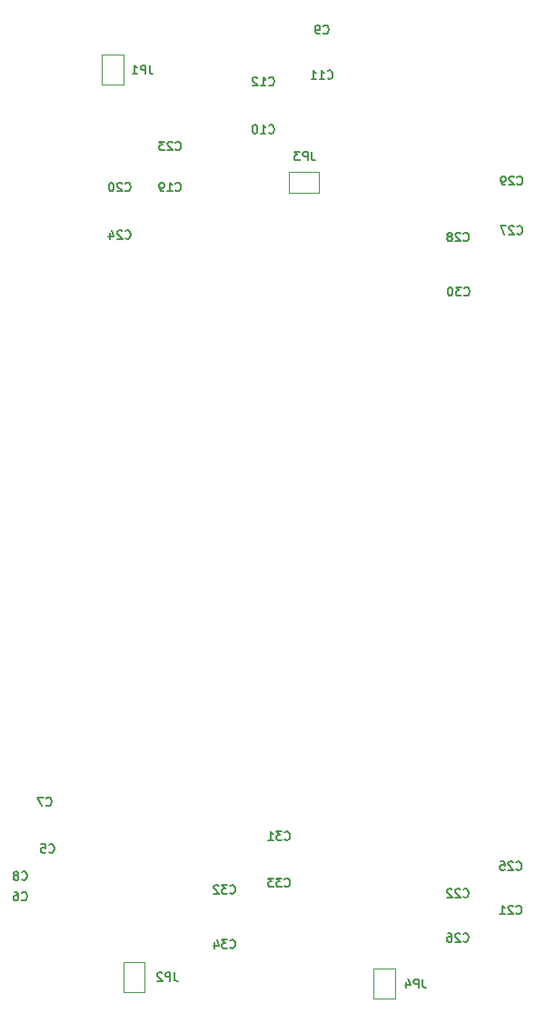
<source format=gbr>
G04 #@! TF.GenerationSoftware,KiCad,Pcbnew,(5.1.2-1)-1*
G04 #@! TF.CreationDate,2019-07-19T20:23:14+01:00*
G04 #@! TF.ProjectId,CurrentSinkModule,43757272-656e-4745-9369-6e6b4d6f6475,RevC*
G04 #@! TF.SameCoordinates,Original*
G04 #@! TF.FileFunction,Legend,Bot*
G04 #@! TF.FilePolarity,Positive*
%FSLAX46Y46*%
G04 Gerber Fmt 4.6, Leading zero omitted, Abs format (unit mm)*
G04 Created by KiCad (PCBNEW (5.1.2-1)-1) date 2019-07-19 20:23:14*
%MOMM*%
%LPD*%
G04 APERTURE LIST*
%ADD10C,0.120000*%
%ADD11C,0.150000*%
G04 APERTURE END LIST*
D10*
X260874000Y-150365000D02*
X260874000Y-153165000D01*
X260874000Y-153165000D02*
X262874000Y-153165000D01*
X262874000Y-153165000D02*
X262874000Y-150365000D01*
X262874000Y-150365000D02*
X260874000Y-150365000D01*
X252983300Y-78152500D02*
X255783300Y-78152500D01*
X255783300Y-78152500D02*
X255783300Y-76152500D01*
X255783300Y-76152500D02*
X252983300Y-76152500D01*
X252983300Y-76152500D02*
X252983300Y-78152500D01*
X239544100Y-152542700D02*
X239544100Y-149742700D01*
X239544100Y-149742700D02*
X237544100Y-149742700D01*
X237544100Y-149742700D02*
X237544100Y-152542700D01*
X237544100Y-152542700D02*
X239544100Y-152542700D01*
X235562900Y-65264600D02*
X235562900Y-68064600D01*
X235562900Y-68064600D02*
X237562900Y-68064600D01*
X237562900Y-68064600D02*
X237562900Y-65264600D01*
X237562900Y-65264600D02*
X235562900Y-65264600D01*
D11*
X265461666Y-151326904D02*
X265461666Y-151898333D01*
X265499761Y-152012619D01*
X265575952Y-152088809D01*
X265690238Y-152126904D01*
X265766428Y-152126904D01*
X265080714Y-152126904D02*
X265080714Y-151326904D01*
X264775952Y-151326904D01*
X264699761Y-151365000D01*
X264661666Y-151403095D01*
X264623571Y-151479285D01*
X264623571Y-151593571D01*
X264661666Y-151669761D01*
X264699761Y-151707857D01*
X264775952Y-151745952D01*
X265080714Y-151745952D01*
X263937857Y-151593571D02*
X263937857Y-152126904D01*
X264128333Y-151288809D02*
X264318809Y-151860238D01*
X263823571Y-151860238D01*
X255113466Y-74288704D02*
X255113466Y-74860133D01*
X255151561Y-74974419D01*
X255227752Y-75050609D01*
X255342038Y-75088704D01*
X255418228Y-75088704D01*
X254732514Y-75088704D02*
X254732514Y-74288704D01*
X254427752Y-74288704D01*
X254351561Y-74326800D01*
X254313466Y-74364895D01*
X254275371Y-74441085D01*
X254275371Y-74555371D01*
X254313466Y-74631561D01*
X254351561Y-74669657D01*
X254427752Y-74707752D01*
X254732514Y-74707752D01*
X254008704Y-74288704D02*
X253513466Y-74288704D01*
X253780133Y-74593466D01*
X253665847Y-74593466D01*
X253589657Y-74631561D01*
X253551561Y-74669657D01*
X253513466Y-74745847D01*
X253513466Y-74936323D01*
X253551561Y-75012514D01*
X253589657Y-75050609D01*
X253665847Y-75088704D01*
X253894419Y-75088704D01*
X253970609Y-75050609D01*
X254008704Y-75012514D01*
X242322266Y-150704604D02*
X242322266Y-151276033D01*
X242360361Y-151390319D01*
X242436552Y-151466509D01*
X242550838Y-151504604D01*
X242627028Y-151504604D01*
X241941314Y-151504604D02*
X241941314Y-150704604D01*
X241636552Y-150704604D01*
X241560361Y-150742700D01*
X241522266Y-150780795D01*
X241484171Y-150856985D01*
X241484171Y-150971271D01*
X241522266Y-151047461D01*
X241560361Y-151085557D01*
X241636552Y-151123652D01*
X241941314Y-151123652D01*
X241179409Y-150780795D02*
X241141314Y-150742700D01*
X241065123Y-150704604D01*
X240874647Y-150704604D01*
X240798457Y-150742700D01*
X240760361Y-150780795D01*
X240722266Y-150856985D01*
X240722266Y-150933176D01*
X240760361Y-151047461D01*
X241217504Y-151504604D01*
X240722266Y-151504604D01*
X240010866Y-66226504D02*
X240010866Y-66797933D01*
X240048961Y-66912219D01*
X240125152Y-66988409D01*
X240239438Y-67026504D01*
X240315628Y-67026504D01*
X239629914Y-67026504D02*
X239629914Y-66226504D01*
X239325152Y-66226504D01*
X239248961Y-66264600D01*
X239210866Y-66302695D01*
X239172771Y-66378885D01*
X239172771Y-66493171D01*
X239210866Y-66569361D01*
X239248961Y-66607457D01*
X239325152Y-66645552D01*
X239629914Y-66645552D01*
X238410866Y-67026504D02*
X238868009Y-67026504D01*
X238639438Y-67026504D02*
X238639438Y-66226504D01*
X238715628Y-66340790D01*
X238791819Y-66416980D01*
X238868009Y-66455076D01*
X247529285Y-148367714D02*
X247567380Y-148405809D01*
X247681666Y-148443904D01*
X247757857Y-148443904D01*
X247872142Y-148405809D01*
X247948333Y-148329619D01*
X247986428Y-148253428D01*
X248024523Y-148101047D01*
X248024523Y-147986761D01*
X247986428Y-147834380D01*
X247948333Y-147758190D01*
X247872142Y-147682000D01*
X247757857Y-147643904D01*
X247681666Y-147643904D01*
X247567380Y-147682000D01*
X247529285Y-147720095D01*
X247262619Y-147643904D02*
X246767380Y-147643904D01*
X247034047Y-147948666D01*
X246919761Y-147948666D01*
X246843571Y-147986761D01*
X246805476Y-148024857D01*
X246767380Y-148101047D01*
X246767380Y-148291523D01*
X246805476Y-148367714D01*
X246843571Y-148405809D01*
X246919761Y-148443904D01*
X247148333Y-148443904D01*
X247224523Y-148405809D01*
X247262619Y-148367714D01*
X246081666Y-147910571D02*
X246081666Y-148443904D01*
X246272142Y-147605809D02*
X246462619Y-148177238D01*
X245967380Y-148177238D01*
X252609285Y-142652714D02*
X252647380Y-142690809D01*
X252761666Y-142728904D01*
X252837857Y-142728904D01*
X252952142Y-142690809D01*
X253028333Y-142614619D01*
X253066428Y-142538428D01*
X253104523Y-142386047D01*
X253104523Y-142271761D01*
X253066428Y-142119380D01*
X253028333Y-142043190D01*
X252952142Y-141967000D01*
X252837857Y-141928904D01*
X252761666Y-141928904D01*
X252647380Y-141967000D01*
X252609285Y-142005095D01*
X252342619Y-141928904D02*
X251847380Y-141928904D01*
X252114047Y-142233666D01*
X251999761Y-142233666D01*
X251923571Y-142271761D01*
X251885476Y-142309857D01*
X251847380Y-142386047D01*
X251847380Y-142576523D01*
X251885476Y-142652714D01*
X251923571Y-142690809D01*
X251999761Y-142728904D01*
X252228333Y-142728904D01*
X252304523Y-142690809D01*
X252342619Y-142652714D01*
X251580714Y-141928904D02*
X251085476Y-141928904D01*
X251352142Y-142233666D01*
X251237857Y-142233666D01*
X251161666Y-142271761D01*
X251123571Y-142309857D01*
X251085476Y-142386047D01*
X251085476Y-142576523D01*
X251123571Y-142652714D01*
X251161666Y-142690809D01*
X251237857Y-142728904D01*
X251466428Y-142728904D01*
X251542619Y-142690809D01*
X251580714Y-142652714D01*
X247529285Y-143287714D02*
X247567380Y-143325809D01*
X247681666Y-143363904D01*
X247757857Y-143363904D01*
X247872142Y-143325809D01*
X247948333Y-143249619D01*
X247986428Y-143173428D01*
X248024523Y-143021047D01*
X248024523Y-142906761D01*
X247986428Y-142754380D01*
X247948333Y-142678190D01*
X247872142Y-142602000D01*
X247757857Y-142563904D01*
X247681666Y-142563904D01*
X247567380Y-142602000D01*
X247529285Y-142640095D01*
X247262619Y-142563904D02*
X246767380Y-142563904D01*
X247034047Y-142868666D01*
X246919761Y-142868666D01*
X246843571Y-142906761D01*
X246805476Y-142944857D01*
X246767380Y-143021047D01*
X246767380Y-143211523D01*
X246805476Y-143287714D01*
X246843571Y-143325809D01*
X246919761Y-143363904D01*
X247148333Y-143363904D01*
X247224523Y-143325809D01*
X247262619Y-143287714D01*
X246462619Y-142640095D02*
X246424523Y-142602000D01*
X246348333Y-142563904D01*
X246157857Y-142563904D01*
X246081666Y-142602000D01*
X246043571Y-142640095D01*
X246005476Y-142716285D01*
X246005476Y-142792476D01*
X246043571Y-142906761D01*
X246500714Y-143363904D01*
X246005476Y-143363904D01*
X252609285Y-138307714D02*
X252647380Y-138345809D01*
X252761666Y-138383904D01*
X252837857Y-138383904D01*
X252952142Y-138345809D01*
X253028333Y-138269619D01*
X253066428Y-138193428D01*
X253104523Y-138041047D01*
X253104523Y-137926761D01*
X253066428Y-137774380D01*
X253028333Y-137698190D01*
X252952142Y-137622000D01*
X252837857Y-137583904D01*
X252761666Y-137583904D01*
X252647380Y-137622000D01*
X252609285Y-137660095D01*
X252342619Y-137583904D02*
X251847380Y-137583904D01*
X252114047Y-137888666D01*
X251999761Y-137888666D01*
X251923571Y-137926761D01*
X251885476Y-137964857D01*
X251847380Y-138041047D01*
X251847380Y-138231523D01*
X251885476Y-138307714D01*
X251923571Y-138345809D01*
X251999761Y-138383904D01*
X252228333Y-138383904D01*
X252304523Y-138345809D01*
X252342619Y-138307714D01*
X251085476Y-138383904D02*
X251542619Y-138383904D01*
X251314047Y-138383904D02*
X251314047Y-137583904D01*
X251390238Y-137698190D01*
X251466428Y-137774380D01*
X251542619Y-137812476D01*
X269335185Y-87610914D02*
X269373280Y-87649009D01*
X269487566Y-87687104D01*
X269563757Y-87687104D01*
X269678042Y-87649009D01*
X269754233Y-87572819D01*
X269792328Y-87496628D01*
X269830423Y-87344247D01*
X269830423Y-87229961D01*
X269792328Y-87077580D01*
X269754233Y-87001390D01*
X269678042Y-86925200D01*
X269563757Y-86887104D01*
X269487566Y-86887104D01*
X269373280Y-86925200D01*
X269335185Y-86963295D01*
X269068519Y-86887104D02*
X268573280Y-86887104D01*
X268839947Y-87191866D01*
X268725661Y-87191866D01*
X268649471Y-87229961D01*
X268611376Y-87268057D01*
X268573280Y-87344247D01*
X268573280Y-87534723D01*
X268611376Y-87610914D01*
X268649471Y-87649009D01*
X268725661Y-87687104D01*
X268954233Y-87687104D01*
X269030423Y-87649009D01*
X269068519Y-87610914D01*
X268078042Y-86887104D02*
X268001852Y-86887104D01*
X267925661Y-86925200D01*
X267887566Y-86963295D01*
X267849471Y-87039485D01*
X267811376Y-87191866D01*
X267811376Y-87382342D01*
X267849471Y-87534723D01*
X267887566Y-87610914D01*
X267925661Y-87649009D01*
X268001852Y-87687104D01*
X268078042Y-87687104D01*
X268154233Y-87649009D01*
X268192328Y-87610914D01*
X268230423Y-87534723D01*
X268268519Y-87382342D01*
X268268519Y-87191866D01*
X268230423Y-87039485D01*
X268192328Y-86963295D01*
X268154233Y-86925200D01*
X268078042Y-86887104D01*
X274288185Y-77296914D02*
X274326280Y-77335009D01*
X274440566Y-77373104D01*
X274516757Y-77373104D01*
X274631042Y-77335009D01*
X274707233Y-77258819D01*
X274745328Y-77182628D01*
X274783423Y-77030247D01*
X274783423Y-76915961D01*
X274745328Y-76763580D01*
X274707233Y-76687390D01*
X274631042Y-76611200D01*
X274516757Y-76573104D01*
X274440566Y-76573104D01*
X274326280Y-76611200D01*
X274288185Y-76649295D01*
X273983423Y-76649295D02*
X273945328Y-76611200D01*
X273869138Y-76573104D01*
X273678661Y-76573104D01*
X273602471Y-76611200D01*
X273564376Y-76649295D01*
X273526280Y-76725485D01*
X273526280Y-76801676D01*
X273564376Y-76915961D01*
X274021519Y-77373104D01*
X273526280Y-77373104D01*
X273145328Y-77373104D02*
X272992947Y-77373104D01*
X272916757Y-77335009D01*
X272878661Y-77296914D01*
X272802471Y-77182628D01*
X272764376Y-77030247D01*
X272764376Y-76725485D01*
X272802471Y-76649295D01*
X272840566Y-76611200D01*
X272916757Y-76573104D01*
X273069138Y-76573104D01*
X273145328Y-76611200D01*
X273183423Y-76649295D01*
X273221519Y-76725485D01*
X273221519Y-76915961D01*
X273183423Y-76992152D01*
X273145328Y-77030247D01*
X273069138Y-77068342D01*
X272916757Y-77068342D01*
X272840566Y-77030247D01*
X272802471Y-76992152D01*
X272764376Y-76915961D01*
X269271685Y-82530914D02*
X269309780Y-82569009D01*
X269424066Y-82607104D01*
X269500257Y-82607104D01*
X269614542Y-82569009D01*
X269690733Y-82492819D01*
X269728828Y-82416628D01*
X269766923Y-82264247D01*
X269766923Y-82149961D01*
X269728828Y-81997580D01*
X269690733Y-81921390D01*
X269614542Y-81845200D01*
X269500257Y-81807104D01*
X269424066Y-81807104D01*
X269309780Y-81845200D01*
X269271685Y-81883295D01*
X268966923Y-81883295D02*
X268928828Y-81845200D01*
X268852638Y-81807104D01*
X268662161Y-81807104D01*
X268585971Y-81845200D01*
X268547876Y-81883295D01*
X268509780Y-81959485D01*
X268509780Y-82035676D01*
X268547876Y-82149961D01*
X269005019Y-82607104D01*
X268509780Y-82607104D01*
X268052638Y-82149961D02*
X268128828Y-82111866D01*
X268166923Y-82073771D01*
X268205019Y-81997580D01*
X268205019Y-81959485D01*
X268166923Y-81883295D01*
X268128828Y-81845200D01*
X268052638Y-81807104D01*
X267900257Y-81807104D01*
X267824066Y-81845200D01*
X267785971Y-81883295D01*
X267747876Y-81959485D01*
X267747876Y-81997580D01*
X267785971Y-82073771D01*
X267824066Y-82111866D01*
X267900257Y-82149961D01*
X268052638Y-82149961D01*
X268128828Y-82188057D01*
X268166923Y-82226152D01*
X268205019Y-82302342D01*
X268205019Y-82454723D01*
X268166923Y-82530914D01*
X268128828Y-82569009D01*
X268052638Y-82607104D01*
X267900257Y-82607104D01*
X267824066Y-82569009D01*
X267785971Y-82530914D01*
X267747876Y-82454723D01*
X267747876Y-82302342D01*
X267785971Y-82226152D01*
X267824066Y-82188057D01*
X267900257Y-82149961D01*
X274288185Y-81895914D02*
X274326280Y-81934009D01*
X274440566Y-81972104D01*
X274516757Y-81972104D01*
X274631042Y-81934009D01*
X274707233Y-81857819D01*
X274745328Y-81781628D01*
X274783423Y-81629247D01*
X274783423Y-81514961D01*
X274745328Y-81362580D01*
X274707233Y-81286390D01*
X274631042Y-81210200D01*
X274516757Y-81172104D01*
X274440566Y-81172104D01*
X274326280Y-81210200D01*
X274288185Y-81248295D01*
X273983423Y-81248295D02*
X273945328Y-81210200D01*
X273869138Y-81172104D01*
X273678661Y-81172104D01*
X273602471Y-81210200D01*
X273564376Y-81248295D01*
X273526280Y-81324485D01*
X273526280Y-81400676D01*
X273564376Y-81514961D01*
X274021519Y-81972104D01*
X273526280Y-81972104D01*
X273259614Y-81172104D02*
X272726280Y-81172104D01*
X273069138Y-81972104D01*
X269246285Y-147759714D02*
X269284380Y-147797809D01*
X269398666Y-147835904D01*
X269474857Y-147835904D01*
X269589142Y-147797809D01*
X269665333Y-147721619D01*
X269703428Y-147645428D01*
X269741523Y-147493047D01*
X269741523Y-147378761D01*
X269703428Y-147226380D01*
X269665333Y-147150190D01*
X269589142Y-147074000D01*
X269474857Y-147035904D01*
X269398666Y-147035904D01*
X269284380Y-147074000D01*
X269246285Y-147112095D01*
X268941523Y-147112095D02*
X268903428Y-147074000D01*
X268827238Y-147035904D01*
X268636761Y-147035904D01*
X268560571Y-147074000D01*
X268522476Y-147112095D01*
X268484380Y-147188285D01*
X268484380Y-147264476D01*
X268522476Y-147378761D01*
X268979619Y-147835904D01*
X268484380Y-147835904D01*
X267798666Y-147035904D02*
X267951047Y-147035904D01*
X268027238Y-147074000D01*
X268065333Y-147112095D01*
X268141523Y-147226380D01*
X268179619Y-147378761D01*
X268179619Y-147683523D01*
X268141523Y-147759714D01*
X268103428Y-147797809D01*
X268027238Y-147835904D01*
X267874857Y-147835904D01*
X267798666Y-147797809D01*
X267760571Y-147759714D01*
X267722476Y-147683523D01*
X267722476Y-147493047D01*
X267760571Y-147416857D01*
X267798666Y-147378761D01*
X267874857Y-147340666D01*
X268027238Y-147340666D01*
X268103428Y-147378761D01*
X268141523Y-147416857D01*
X268179619Y-147493047D01*
X274199285Y-141101714D02*
X274237380Y-141139809D01*
X274351666Y-141177904D01*
X274427857Y-141177904D01*
X274542142Y-141139809D01*
X274618333Y-141063619D01*
X274656428Y-140987428D01*
X274694523Y-140835047D01*
X274694523Y-140720761D01*
X274656428Y-140568380D01*
X274618333Y-140492190D01*
X274542142Y-140416000D01*
X274427857Y-140377904D01*
X274351666Y-140377904D01*
X274237380Y-140416000D01*
X274199285Y-140454095D01*
X273894523Y-140454095D02*
X273856428Y-140416000D01*
X273780238Y-140377904D01*
X273589761Y-140377904D01*
X273513571Y-140416000D01*
X273475476Y-140454095D01*
X273437380Y-140530285D01*
X273437380Y-140606476D01*
X273475476Y-140720761D01*
X273932619Y-141177904D01*
X273437380Y-141177904D01*
X272713571Y-140377904D02*
X273094523Y-140377904D01*
X273132619Y-140758857D01*
X273094523Y-140720761D01*
X273018333Y-140682666D01*
X272827857Y-140682666D01*
X272751666Y-140720761D01*
X272713571Y-140758857D01*
X272675476Y-140835047D01*
X272675476Y-141025523D01*
X272713571Y-141101714D01*
X272751666Y-141139809D01*
X272827857Y-141177904D01*
X273018333Y-141177904D01*
X273094523Y-141139809D01*
X273132619Y-141101714D01*
X237750285Y-82327714D02*
X237788380Y-82365809D01*
X237902666Y-82403904D01*
X237978857Y-82403904D01*
X238093142Y-82365809D01*
X238169333Y-82289619D01*
X238207428Y-82213428D01*
X238245523Y-82061047D01*
X238245523Y-81946761D01*
X238207428Y-81794380D01*
X238169333Y-81718190D01*
X238093142Y-81642000D01*
X237978857Y-81603904D01*
X237902666Y-81603904D01*
X237788380Y-81642000D01*
X237750285Y-81680095D01*
X237445523Y-81680095D02*
X237407428Y-81642000D01*
X237331238Y-81603904D01*
X237140761Y-81603904D01*
X237064571Y-81642000D01*
X237026476Y-81680095D01*
X236988380Y-81756285D01*
X236988380Y-81832476D01*
X237026476Y-81946761D01*
X237483619Y-82403904D01*
X236988380Y-82403904D01*
X236302666Y-81870571D02*
X236302666Y-82403904D01*
X236493142Y-81565809D02*
X236683619Y-82137238D01*
X236188380Y-82137238D01*
X242449285Y-74072714D02*
X242487380Y-74110809D01*
X242601666Y-74148904D01*
X242677857Y-74148904D01*
X242792142Y-74110809D01*
X242868333Y-74034619D01*
X242906428Y-73958428D01*
X242944523Y-73806047D01*
X242944523Y-73691761D01*
X242906428Y-73539380D01*
X242868333Y-73463190D01*
X242792142Y-73387000D01*
X242677857Y-73348904D01*
X242601666Y-73348904D01*
X242487380Y-73387000D01*
X242449285Y-73425095D01*
X242144523Y-73425095D02*
X242106428Y-73387000D01*
X242030238Y-73348904D01*
X241839761Y-73348904D01*
X241763571Y-73387000D01*
X241725476Y-73425095D01*
X241687380Y-73501285D01*
X241687380Y-73577476D01*
X241725476Y-73691761D01*
X242182619Y-74148904D01*
X241687380Y-74148904D01*
X241420714Y-73348904D02*
X240925476Y-73348904D01*
X241192142Y-73653666D01*
X241077857Y-73653666D01*
X241001666Y-73691761D01*
X240963571Y-73729857D01*
X240925476Y-73806047D01*
X240925476Y-73996523D01*
X240963571Y-74072714D01*
X241001666Y-74110809D01*
X241077857Y-74148904D01*
X241306428Y-74148904D01*
X241382619Y-74110809D01*
X241420714Y-74072714D01*
X269246285Y-143641714D02*
X269284380Y-143679809D01*
X269398666Y-143717904D01*
X269474857Y-143717904D01*
X269589142Y-143679809D01*
X269665333Y-143603619D01*
X269703428Y-143527428D01*
X269741523Y-143375047D01*
X269741523Y-143260761D01*
X269703428Y-143108380D01*
X269665333Y-143032190D01*
X269589142Y-142956000D01*
X269474857Y-142917904D01*
X269398666Y-142917904D01*
X269284380Y-142956000D01*
X269246285Y-142994095D01*
X268941523Y-142994095D02*
X268903428Y-142956000D01*
X268827238Y-142917904D01*
X268636761Y-142917904D01*
X268560571Y-142956000D01*
X268522476Y-142994095D01*
X268484380Y-143070285D01*
X268484380Y-143146476D01*
X268522476Y-143260761D01*
X268979619Y-143717904D01*
X268484380Y-143717904D01*
X268179619Y-142994095D02*
X268141523Y-142956000D01*
X268065333Y-142917904D01*
X267874857Y-142917904D01*
X267798666Y-142956000D01*
X267760571Y-142994095D01*
X267722476Y-143070285D01*
X267722476Y-143146476D01*
X267760571Y-143260761D01*
X268217714Y-143717904D01*
X267722476Y-143717904D01*
X274199285Y-145192714D02*
X274237380Y-145230809D01*
X274351666Y-145268904D01*
X274427857Y-145268904D01*
X274542142Y-145230809D01*
X274618333Y-145154619D01*
X274656428Y-145078428D01*
X274694523Y-144926047D01*
X274694523Y-144811761D01*
X274656428Y-144659380D01*
X274618333Y-144583190D01*
X274542142Y-144507000D01*
X274427857Y-144468904D01*
X274351666Y-144468904D01*
X274237380Y-144507000D01*
X274199285Y-144545095D01*
X273894523Y-144545095D02*
X273856428Y-144507000D01*
X273780238Y-144468904D01*
X273589761Y-144468904D01*
X273513571Y-144507000D01*
X273475476Y-144545095D01*
X273437380Y-144621285D01*
X273437380Y-144697476D01*
X273475476Y-144811761D01*
X273932619Y-145268904D01*
X273437380Y-145268904D01*
X272675476Y-145268904D02*
X273132619Y-145268904D01*
X272904047Y-145268904D02*
X272904047Y-144468904D01*
X272980238Y-144583190D01*
X273056428Y-144659380D01*
X273132619Y-144697476D01*
X237750285Y-77882714D02*
X237788380Y-77920809D01*
X237902666Y-77958904D01*
X237978857Y-77958904D01*
X238093142Y-77920809D01*
X238169333Y-77844619D01*
X238207428Y-77768428D01*
X238245523Y-77616047D01*
X238245523Y-77501761D01*
X238207428Y-77349380D01*
X238169333Y-77273190D01*
X238093142Y-77197000D01*
X237978857Y-77158904D01*
X237902666Y-77158904D01*
X237788380Y-77197000D01*
X237750285Y-77235095D01*
X237445523Y-77235095D02*
X237407428Y-77197000D01*
X237331238Y-77158904D01*
X237140761Y-77158904D01*
X237064571Y-77197000D01*
X237026476Y-77235095D01*
X236988380Y-77311285D01*
X236988380Y-77387476D01*
X237026476Y-77501761D01*
X237483619Y-77958904D01*
X236988380Y-77958904D01*
X236493142Y-77158904D02*
X236416952Y-77158904D01*
X236340761Y-77197000D01*
X236302666Y-77235095D01*
X236264571Y-77311285D01*
X236226476Y-77463666D01*
X236226476Y-77654142D01*
X236264571Y-77806523D01*
X236302666Y-77882714D01*
X236340761Y-77920809D01*
X236416952Y-77958904D01*
X236493142Y-77958904D01*
X236569333Y-77920809D01*
X236607428Y-77882714D01*
X236645523Y-77806523D01*
X236683619Y-77654142D01*
X236683619Y-77463666D01*
X236645523Y-77311285D01*
X236607428Y-77235095D01*
X236569333Y-77197000D01*
X236493142Y-77158904D01*
X242449285Y-77882714D02*
X242487380Y-77920809D01*
X242601666Y-77958904D01*
X242677857Y-77958904D01*
X242792142Y-77920809D01*
X242868333Y-77844619D01*
X242906428Y-77768428D01*
X242944523Y-77616047D01*
X242944523Y-77501761D01*
X242906428Y-77349380D01*
X242868333Y-77273190D01*
X242792142Y-77197000D01*
X242677857Y-77158904D01*
X242601666Y-77158904D01*
X242487380Y-77197000D01*
X242449285Y-77235095D01*
X241687380Y-77958904D02*
X242144523Y-77958904D01*
X241915952Y-77958904D02*
X241915952Y-77158904D01*
X241992142Y-77273190D01*
X242068333Y-77349380D01*
X242144523Y-77387476D01*
X241306428Y-77958904D02*
X241154047Y-77958904D01*
X241077857Y-77920809D01*
X241039761Y-77882714D01*
X240963571Y-77768428D01*
X240925476Y-77616047D01*
X240925476Y-77311285D01*
X240963571Y-77235095D01*
X241001666Y-77197000D01*
X241077857Y-77158904D01*
X241230238Y-77158904D01*
X241306428Y-77197000D01*
X241344523Y-77235095D01*
X241382619Y-77311285D01*
X241382619Y-77501761D01*
X241344523Y-77577952D01*
X241306428Y-77616047D01*
X241230238Y-77654142D01*
X241077857Y-77654142D01*
X241001666Y-77616047D01*
X240963571Y-77577952D01*
X240925476Y-77501761D01*
X251136085Y-68078314D02*
X251174180Y-68116409D01*
X251288466Y-68154504D01*
X251364657Y-68154504D01*
X251478942Y-68116409D01*
X251555133Y-68040219D01*
X251593228Y-67964028D01*
X251631323Y-67811647D01*
X251631323Y-67697361D01*
X251593228Y-67544980D01*
X251555133Y-67468790D01*
X251478942Y-67392600D01*
X251364657Y-67354504D01*
X251288466Y-67354504D01*
X251174180Y-67392600D01*
X251136085Y-67430695D01*
X250374180Y-68154504D02*
X250831323Y-68154504D01*
X250602752Y-68154504D02*
X250602752Y-67354504D01*
X250678942Y-67468790D01*
X250755133Y-67544980D01*
X250831323Y-67583076D01*
X250069419Y-67430695D02*
X250031323Y-67392600D01*
X249955133Y-67354504D01*
X249764657Y-67354504D01*
X249688466Y-67392600D01*
X249650371Y-67430695D01*
X249612276Y-67506885D01*
X249612276Y-67583076D01*
X249650371Y-67697361D01*
X250107514Y-68154504D01*
X249612276Y-68154504D01*
X256597085Y-67443314D02*
X256635180Y-67481409D01*
X256749466Y-67519504D01*
X256825657Y-67519504D01*
X256939942Y-67481409D01*
X257016133Y-67405219D01*
X257054228Y-67329028D01*
X257092323Y-67176647D01*
X257092323Y-67062361D01*
X257054228Y-66909980D01*
X257016133Y-66833790D01*
X256939942Y-66757600D01*
X256825657Y-66719504D01*
X256749466Y-66719504D01*
X256635180Y-66757600D01*
X256597085Y-66795695D01*
X255835180Y-67519504D02*
X256292323Y-67519504D01*
X256063752Y-67519504D02*
X256063752Y-66719504D01*
X256139942Y-66833790D01*
X256216133Y-66909980D01*
X256292323Y-66948076D01*
X255073276Y-67519504D02*
X255530419Y-67519504D01*
X255301847Y-67519504D02*
X255301847Y-66719504D01*
X255378038Y-66833790D01*
X255454228Y-66909980D01*
X255530419Y-66948076D01*
X251136085Y-72523314D02*
X251174180Y-72561409D01*
X251288466Y-72599504D01*
X251364657Y-72599504D01*
X251478942Y-72561409D01*
X251555133Y-72485219D01*
X251593228Y-72409028D01*
X251631323Y-72256647D01*
X251631323Y-72142361D01*
X251593228Y-71989980D01*
X251555133Y-71913790D01*
X251478942Y-71837600D01*
X251364657Y-71799504D01*
X251288466Y-71799504D01*
X251174180Y-71837600D01*
X251136085Y-71875695D01*
X250374180Y-72599504D02*
X250831323Y-72599504D01*
X250602752Y-72599504D02*
X250602752Y-71799504D01*
X250678942Y-71913790D01*
X250755133Y-71989980D01*
X250831323Y-72028076D01*
X249878942Y-71799504D02*
X249802752Y-71799504D01*
X249726561Y-71837600D01*
X249688466Y-71875695D01*
X249650371Y-71951885D01*
X249612276Y-72104266D01*
X249612276Y-72294742D01*
X249650371Y-72447123D01*
X249688466Y-72523314D01*
X249726561Y-72561409D01*
X249802752Y-72599504D01*
X249878942Y-72599504D01*
X249955133Y-72561409D01*
X249993228Y-72523314D01*
X250031323Y-72447123D01*
X250069419Y-72294742D01*
X250069419Y-72104266D01*
X250031323Y-71951885D01*
X249993228Y-71875695D01*
X249955133Y-71837600D01*
X249878942Y-71799504D01*
X256216133Y-63225314D02*
X256254228Y-63263409D01*
X256368514Y-63301504D01*
X256444704Y-63301504D01*
X256558990Y-63263409D01*
X256635180Y-63187219D01*
X256673276Y-63111028D01*
X256711371Y-62958647D01*
X256711371Y-62844361D01*
X256673276Y-62691980D01*
X256635180Y-62615790D01*
X256558990Y-62539600D01*
X256444704Y-62501504D01*
X256368514Y-62501504D01*
X256254228Y-62539600D01*
X256216133Y-62577695D01*
X255835180Y-63301504D02*
X255682800Y-63301504D01*
X255606609Y-63263409D01*
X255568514Y-63225314D01*
X255492323Y-63111028D01*
X255454228Y-62958647D01*
X255454228Y-62653885D01*
X255492323Y-62577695D01*
X255530419Y-62539600D01*
X255606609Y-62501504D01*
X255758990Y-62501504D01*
X255835180Y-62539600D01*
X255873276Y-62577695D01*
X255911371Y-62653885D01*
X255911371Y-62844361D01*
X255873276Y-62920552D01*
X255835180Y-62958647D01*
X255758990Y-62996742D01*
X255606609Y-62996742D01*
X255530419Y-62958647D01*
X255492323Y-62920552D01*
X255454228Y-62844361D01*
X228098333Y-142017714D02*
X228136428Y-142055809D01*
X228250714Y-142093904D01*
X228326904Y-142093904D01*
X228441190Y-142055809D01*
X228517380Y-141979619D01*
X228555476Y-141903428D01*
X228593571Y-141751047D01*
X228593571Y-141636761D01*
X228555476Y-141484380D01*
X228517380Y-141408190D01*
X228441190Y-141332000D01*
X228326904Y-141293904D01*
X228250714Y-141293904D01*
X228136428Y-141332000D01*
X228098333Y-141370095D01*
X227641190Y-141636761D02*
X227717380Y-141598666D01*
X227755476Y-141560571D01*
X227793571Y-141484380D01*
X227793571Y-141446285D01*
X227755476Y-141370095D01*
X227717380Y-141332000D01*
X227641190Y-141293904D01*
X227488809Y-141293904D01*
X227412619Y-141332000D01*
X227374523Y-141370095D01*
X227336428Y-141446285D01*
X227336428Y-141484380D01*
X227374523Y-141560571D01*
X227412619Y-141598666D01*
X227488809Y-141636761D01*
X227641190Y-141636761D01*
X227717380Y-141674857D01*
X227755476Y-141712952D01*
X227793571Y-141789142D01*
X227793571Y-141941523D01*
X227755476Y-142017714D01*
X227717380Y-142055809D01*
X227641190Y-142093904D01*
X227488809Y-142093904D01*
X227412619Y-142055809D01*
X227374523Y-142017714D01*
X227336428Y-141941523D01*
X227336428Y-141789142D01*
X227374523Y-141712952D01*
X227412619Y-141674857D01*
X227488809Y-141636761D01*
X230384333Y-135132714D02*
X230422428Y-135170809D01*
X230536714Y-135208904D01*
X230612904Y-135208904D01*
X230727190Y-135170809D01*
X230803380Y-135094619D01*
X230841476Y-135018428D01*
X230879571Y-134866047D01*
X230879571Y-134751761D01*
X230841476Y-134599380D01*
X230803380Y-134523190D01*
X230727190Y-134447000D01*
X230612904Y-134408904D01*
X230536714Y-134408904D01*
X230422428Y-134447000D01*
X230384333Y-134485095D01*
X230117666Y-134408904D02*
X229584333Y-134408904D01*
X229927190Y-135208904D01*
X228098333Y-143922714D02*
X228136428Y-143960809D01*
X228250714Y-143998904D01*
X228326904Y-143998904D01*
X228441190Y-143960809D01*
X228517380Y-143884619D01*
X228555476Y-143808428D01*
X228593571Y-143656047D01*
X228593571Y-143541761D01*
X228555476Y-143389380D01*
X228517380Y-143313190D01*
X228441190Y-143237000D01*
X228326904Y-143198904D01*
X228250714Y-143198904D01*
X228136428Y-143237000D01*
X228098333Y-143275095D01*
X227412619Y-143198904D02*
X227565000Y-143198904D01*
X227641190Y-143237000D01*
X227679285Y-143275095D01*
X227755476Y-143389380D01*
X227793571Y-143541761D01*
X227793571Y-143846523D01*
X227755476Y-143922714D01*
X227717380Y-143960809D01*
X227641190Y-143998904D01*
X227488809Y-143998904D01*
X227412619Y-143960809D01*
X227374523Y-143922714D01*
X227336428Y-143846523D01*
X227336428Y-143656047D01*
X227374523Y-143579857D01*
X227412619Y-143541761D01*
X227488809Y-143503666D01*
X227641190Y-143503666D01*
X227717380Y-143541761D01*
X227755476Y-143579857D01*
X227793571Y-143656047D01*
X230638333Y-139477714D02*
X230676428Y-139515809D01*
X230790714Y-139553904D01*
X230866904Y-139553904D01*
X230981190Y-139515809D01*
X231057380Y-139439619D01*
X231095476Y-139363428D01*
X231133571Y-139211047D01*
X231133571Y-139096761D01*
X231095476Y-138944380D01*
X231057380Y-138868190D01*
X230981190Y-138792000D01*
X230866904Y-138753904D01*
X230790714Y-138753904D01*
X230676428Y-138792000D01*
X230638333Y-138830095D01*
X229914523Y-138753904D02*
X230295476Y-138753904D01*
X230333571Y-139134857D01*
X230295476Y-139096761D01*
X230219285Y-139058666D01*
X230028809Y-139058666D01*
X229952619Y-139096761D01*
X229914523Y-139134857D01*
X229876428Y-139211047D01*
X229876428Y-139401523D01*
X229914523Y-139477714D01*
X229952619Y-139515809D01*
X230028809Y-139553904D01*
X230219285Y-139553904D01*
X230295476Y-139515809D01*
X230333571Y-139477714D01*
M02*

</source>
